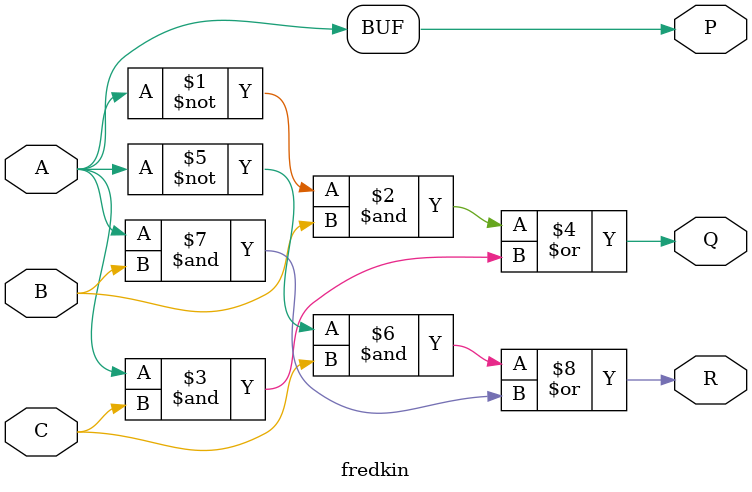
<source format=v>
module reversible_mux(
    input  [3:0] in,
    input  [1:0] sel,
    output out
);
    wire y01, y23;

    fredkin mux1 (
        .A(sel[0]),
        .B(in[0]),
        .C(in[1]),
        .P(),
        .Q(y01),
        .R()
    );

    fredkin mux2 (
        .A(sel[0]),
        .B(in[2]),
        .C(in[3]),
        .P(),
        .Q(y23),
        .R()
    );

    fredkin mux3 (
        .A(sel[1]),
        .B(y01),
        .C(y23),
        .P(),
        .Q(out),
        .R()
    );
endmodule

module fredkin(
    input A, B, C,
    output P, Q, R
);
    assign P = A;
    assign Q = (~A & B) | (A & C);
    assign R = (~A & C) | (A & B);
endmodule

</source>
